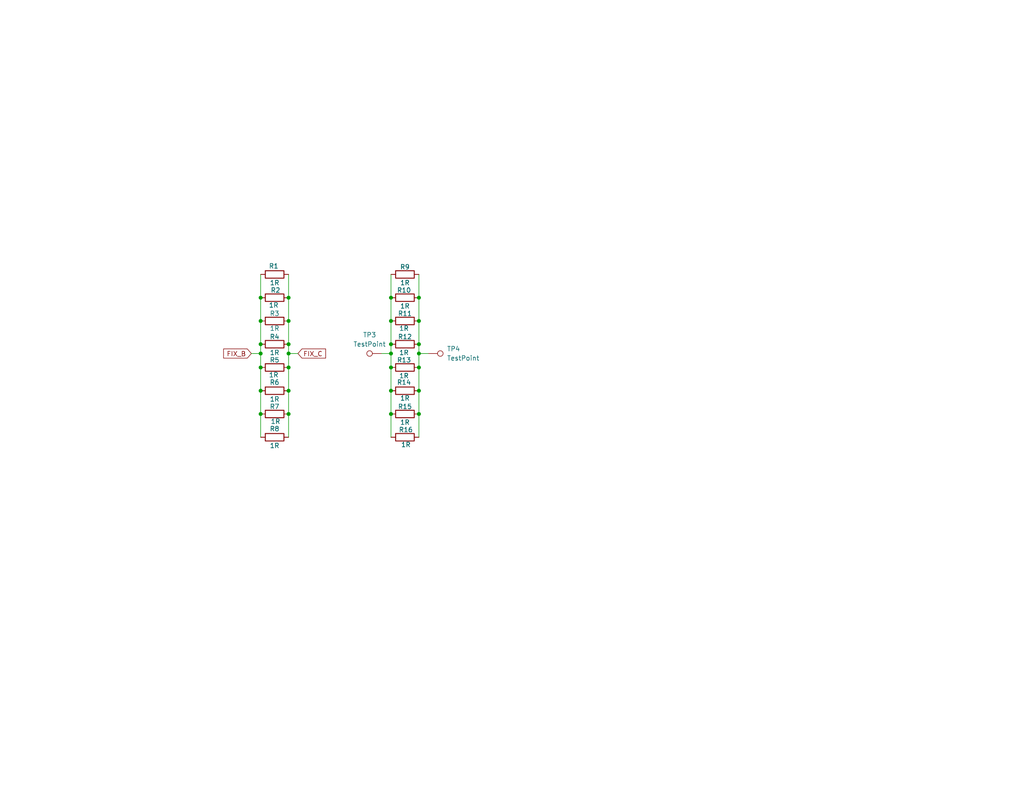
<source format=kicad_sch>
(kicad_sch
	(version 20231120)
	(generator "eeschema")
	(generator_version "8.0")
	(uuid "a6a62582-87c6-45e3-ba0e-6bcb1ce5fea1")
	(paper "USLetter")
	(title_block
		(title "Current Sense")
		(rev "0")
		(company "Wurth Elektronic")
	)
	(lib_symbols
		(symbol "Connector:TestPoint"
			(pin_numbers hide)
			(pin_names
				(offset 0.762) hide)
			(exclude_from_sim no)
			(in_bom yes)
			(on_board yes)
			(property "Reference" "TP"
				(at 0 6.858 0)
				(effects
					(font
						(size 1.27 1.27)
					)
				)
			)
			(property "Value" "TestPoint"
				(at 0 5.08 0)
				(effects
					(font
						(size 1.27 1.27)
					)
				)
			)
			(property "Footprint" ""
				(at 5.08 0 0)
				(effects
					(font
						(size 1.27 1.27)
					)
					(hide yes)
				)
			)
			(property "Datasheet" "~"
				(at 5.08 0 0)
				(effects
					(font
						(size 1.27 1.27)
					)
					(hide yes)
				)
			)
			(property "Description" "test point"
				(at 0 0 0)
				(effects
					(font
						(size 1.27 1.27)
					)
					(hide yes)
				)
			)
			(property "ki_keywords" "test point tp"
				(at 0 0 0)
				(effects
					(font
						(size 1.27 1.27)
					)
					(hide yes)
				)
			)
			(property "ki_fp_filters" "Pin* Test*"
				(at 0 0 0)
				(effects
					(font
						(size 1.27 1.27)
					)
					(hide yes)
				)
			)
			(symbol "TestPoint_0_1"
				(circle
					(center 0 3.302)
					(radius 0.762)
					(stroke
						(width 0)
						(type default)
					)
					(fill
						(type none)
					)
				)
			)
			(symbol "TestPoint_1_1"
				(pin passive line
					(at 0 0 90)
					(length 2.54)
					(name "1"
						(effects
							(font
								(size 1.27 1.27)
							)
						)
					)
					(number "1"
						(effects
							(font
								(size 1.27 1.27)
							)
						)
					)
				)
			)
		)
		(symbol "Device:R"
			(pin_numbers hide)
			(pin_names
				(offset 0)
			)
			(exclude_from_sim no)
			(in_bom yes)
			(on_board yes)
			(property "Reference" "R"
				(at 2.032 0 90)
				(effects
					(font
						(size 1.27 1.27)
					)
				)
			)
			(property "Value" "R"
				(at 0 0 90)
				(effects
					(font
						(size 1.27 1.27)
					)
				)
			)
			(property "Footprint" ""
				(at -1.778 0 90)
				(effects
					(font
						(size 1.27 1.27)
					)
					(hide yes)
				)
			)
			(property "Datasheet" "~"
				(at 0 0 0)
				(effects
					(font
						(size 1.27 1.27)
					)
					(hide yes)
				)
			)
			(property "Description" "Resistor"
				(at 0 0 0)
				(effects
					(font
						(size 1.27 1.27)
					)
					(hide yes)
				)
			)
			(property "ki_keywords" "R res resistor"
				(at 0 0 0)
				(effects
					(font
						(size 1.27 1.27)
					)
					(hide yes)
				)
			)
			(property "ki_fp_filters" "R_*"
				(at 0 0 0)
				(effects
					(font
						(size 1.27 1.27)
					)
					(hide yes)
				)
			)
			(symbol "R_0_1"
				(rectangle
					(start -1.016 -2.54)
					(end 1.016 2.54)
					(stroke
						(width 0.254)
						(type default)
					)
					(fill
						(type none)
					)
				)
			)
			(symbol "R_1_1"
				(pin passive line
					(at 0 3.81 270)
					(length 1.27)
					(name "~"
						(effects
							(font
								(size 1.27 1.27)
							)
						)
					)
					(number "1"
						(effects
							(font
								(size 1.27 1.27)
							)
						)
					)
				)
				(pin passive line
					(at 0 -3.81 90)
					(length 1.27)
					(name "~"
						(effects
							(font
								(size 1.27 1.27)
							)
						)
					)
					(number "2"
						(effects
							(font
								(size 1.27 1.27)
							)
						)
					)
				)
			)
		)
	)
	(junction
		(at 114.3 87.63)
		(diameter 0)
		(color 0 0 0 0)
		(uuid "0185dc6f-8cb6-47b5-b18a-dca40be2b3cf")
	)
	(junction
		(at 106.68 96.52)
		(diameter 0)
		(color 0 0 0 0)
		(uuid "06efbc38-b115-4cf9-9831-26de687e8651")
	)
	(junction
		(at 106.68 81.28)
		(diameter 0)
		(color 0 0 0 0)
		(uuid "121226cf-1887-4b2b-8bd9-8662af7d1da9")
	)
	(junction
		(at 71.12 106.68)
		(diameter 0)
		(color 0 0 0 0)
		(uuid "1cb420dd-bf13-4915-afd2-644790906d2d")
	)
	(junction
		(at 78.74 93.98)
		(diameter 0)
		(color 0 0 0 0)
		(uuid "205cea39-10e2-40b8-b69c-a861d8de1452")
	)
	(junction
		(at 106.68 87.63)
		(diameter 0)
		(color 0 0 0 0)
		(uuid "216fdf15-6a52-41ce-9518-2003a7e7a1e3")
	)
	(junction
		(at 78.74 81.28)
		(diameter 0)
		(color 0 0 0 0)
		(uuid "26ba3500-98b6-492c-acf7-eb87833fdc18")
	)
	(junction
		(at 71.12 87.63)
		(diameter 0)
		(color 0 0 0 0)
		(uuid "2967c0da-bc19-44c6-9e1f-e842956cb643")
	)
	(junction
		(at 78.74 100.33)
		(diameter 0)
		(color 0 0 0 0)
		(uuid "2a71ddd2-3a88-4173-b8f8-62113a9ef65c")
	)
	(junction
		(at 78.74 113.03)
		(diameter 0)
		(color 0 0 0 0)
		(uuid "331ef5c8-4b53-4031-9717-eeed7cd7b793")
	)
	(junction
		(at 106.68 100.33)
		(diameter 0)
		(color 0 0 0 0)
		(uuid "341b22d5-2cb3-4223-a9e0-4980b90b457f")
	)
	(junction
		(at 114.3 100.33)
		(diameter 0)
		(color 0 0 0 0)
		(uuid "370ad284-85b5-465a-a7e3-6002e3e03d52")
	)
	(junction
		(at 114.3 96.52)
		(diameter 0)
		(color 0 0 0 0)
		(uuid "43975f50-71a7-410e-b17e-1ecba5a782e5")
	)
	(junction
		(at 78.74 96.52)
		(diameter 0)
		(color 0 0 0 0)
		(uuid "575a0e70-a3df-459e-ad61-666977d0577e")
	)
	(junction
		(at 71.12 113.03)
		(diameter 0)
		(color 0 0 0 0)
		(uuid "58d27a41-e3ae-4f32-bcc7-2f43818dfe72")
	)
	(junction
		(at 114.3 106.68)
		(diameter 0)
		(color 0 0 0 0)
		(uuid "764b191b-3a62-4fec-be36-053f4051161a")
	)
	(junction
		(at 106.68 93.98)
		(diameter 0)
		(color 0 0 0 0)
		(uuid "7972db33-e0eb-40dd-ae7a-baccee0ad68e")
	)
	(junction
		(at 71.12 81.28)
		(diameter 0)
		(color 0 0 0 0)
		(uuid "884dc57e-95a6-40c8-938c-c80016fabcd9")
	)
	(junction
		(at 78.74 87.63)
		(diameter 0)
		(color 0 0 0 0)
		(uuid "8bfc51a7-ca7d-4a47-90fe-e1e814b18154")
	)
	(junction
		(at 114.3 113.03)
		(diameter 0)
		(color 0 0 0 0)
		(uuid "8e6766df-38e0-4895-ae69-d667413a84dd")
	)
	(junction
		(at 114.3 81.28)
		(diameter 0)
		(color 0 0 0 0)
		(uuid "9f0eccb7-0634-4907-924c-09b47c93d15d")
	)
	(junction
		(at 71.12 93.98)
		(diameter 0)
		(color 0 0 0 0)
		(uuid "acc15fba-5368-4283-a807-ed5179e8ab62")
	)
	(junction
		(at 114.3 93.98)
		(diameter 0)
		(color 0 0 0 0)
		(uuid "b4c052a7-22ce-4c57-8398-0765ca2e5d08")
	)
	(junction
		(at 71.12 100.33)
		(diameter 0)
		(color 0 0 0 0)
		(uuid "d2741674-acc5-4b94-b01e-bd44df26e495")
	)
	(junction
		(at 78.74 106.68)
		(diameter 0)
		(color 0 0 0 0)
		(uuid "e323e427-9998-4bf4-a3dd-76a14762b26b")
	)
	(junction
		(at 71.12 96.52)
		(diameter 0)
		(color 0 0 0 0)
		(uuid "e41afbe5-b3b3-40fd-a7f7-8ed9285cec6c")
	)
	(junction
		(at 106.68 106.68)
		(diameter 0)
		(color 0 0 0 0)
		(uuid "e8228cdb-3ed4-47b3-adb4-6405cea16bdb")
	)
	(junction
		(at 106.68 113.03)
		(diameter 0)
		(color 0 0 0 0)
		(uuid "ebcf8ff5-a918-41ef-9357-7524064d7b56")
	)
	(wire
		(pts
			(xy 106.68 81.28) (xy 106.68 74.93)
		)
		(stroke
			(width 0)
			(type default)
		)
		(uuid "0267f5ff-a863-41c6-9907-9655dfd5374a")
	)
	(wire
		(pts
			(xy 106.68 100.33) (xy 106.68 96.52)
		)
		(stroke
			(width 0)
			(type default)
		)
		(uuid "0bb3a465-7aa5-480e-8ddc-9620093e0487")
	)
	(wire
		(pts
			(xy 78.74 96.52) (xy 81.28 96.52)
		)
		(stroke
			(width 0)
			(type default)
		)
		(uuid "0d7ed854-9ed3-4175-8cbd-d6f5c2229f45")
	)
	(wire
		(pts
			(xy 78.74 93.98) (xy 78.74 96.52)
		)
		(stroke
			(width 0)
			(type default)
		)
		(uuid "14fa8f5e-1638-432e-8caf-daa12bd8d875")
	)
	(wire
		(pts
			(xy 106.68 106.68) (xy 106.68 100.33)
		)
		(stroke
			(width 0)
			(type default)
		)
		(uuid "1ae8cf11-5e7e-4b08-a7dd-92b7cce71ac4")
	)
	(wire
		(pts
			(xy 114.3 87.63) (xy 114.3 93.98)
		)
		(stroke
			(width 0)
			(type default)
		)
		(uuid "1c24b740-2aab-4ad2-9475-f5be2b6621dd")
	)
	(wire
		(pts
			(xy 71.12 74.93) (xy 71.12 81.28)
		)
		(stroke
			(width 0)
			(type default)
		)
		(uuid "244abf42-83a8-4469-befb-f3048660ce8e")
	)
	(wire
		(pts
			(xy 106.68 113.03) (xy 106.68 106.68)
		)
		(stroke
			(width 0)
			(type default)
		)
		(uuid "2d093672-5ee0-416e-8ad1-f73b607ca0f6")
	)
	(wire
		(pts
			(xy 106.68 93.98) (xy 106.68 87.63)
		)
		(stroke
			(width 0)
			(type default)
		)
		(uuid "30b7520d-abc3-4f6a-8678-3cb60c1729a8")
	)
	(wire
		(pts
			(xy 78.74 106.68) (xy 78.74 113.03)
		)
		(stroke
			(width 0)
			(type default)
		)
		(uuid "33fedbfe-be4d-4948-9e37-07691a185d2f")
	)
	(wire
		(pts
			(xy 114.3 96.52) (xy 116.84 96.52)
		)
		(stroke
			(width 0)
			(type default)
		)
		(uuid "35e610b1-7498-4ea9-a478-a3e6344fc782")
	)
	(wire
		(pts
			(xy 71.12 96.52) (xy 71.12 100.33)
		)
		(stroke
			(width 0)
			(type default)
		)
		(uuid "36ae9fba-0fba-4d04-935f-357cc8f3bc0d")
	)
	(wire
		(pts
			(xy 106.68 87.63) (xy 106.68 81.28)
		)
		(stroke
			(width 0)
			(type default)
		)
		(uuid "4fba2e65-6b9a-45b1-8280-bb91ec6fad80")
	)
	(wire
		(pts
			(xy 71.12 113.03) (xy 71.12 119.38)
		)
		(stroke
			(width 0)
			(type default)
		)
		(uuid "528af737-33bc-4d9f-86a2-c589ce52875c")
	)
	(wire
		(pts
			(xy 106.68 96.52) (xy 106.68 93.98)
		)
		(stroke
			(width 0)
			(type default)
		)
		(uuid "5be47128-2378-404c-b282-22852275d11a")
	)
	(wire
		(pts
			(xy 114.3 96.52) (xy 114.3 100.33)
		)
		(stroke
			(width 0)
			(type default)
		)
		(uuid "7ded48c8-6a87-40ff-87a6-7889be563f86")
	)
	(wire
		(pts
			(xy 114.3 93.98) (xy 114.3 96.52)
		)
		(stroke
			(width 0)
			(type default)
		)
		(uuid "90f9852d-9d9a-49f8-a196-c22f7f9cb689")
	)
	(wire
		(pts
			(xy 71.12 100.33) (xy 71.12 106.68)
		)
		(stroke
			(width 0)
			(type default)
		)
		(uuid "97ec904a-a000-4d32-8cdb-3d07d89dbac0")
	)
	(wire
		(pts
			(xy 104.14 96.52) (xy 106.68 96.52)
		)
		(stroke
			(width 0)
			(type default)
		)
		(uuid "99fec854-f5cc-49d6-b2dd-6b64f724c83d")
	)
	(wire
		(pts
			(xy 114.3 113.03) (xy 114.3 119.38)
		)
		(stroke
			(width 0)
			(type default)
		)
		(uuid "9bc15007-1c36-4fb6-85d2-340432a896ec")
	)
	(wire
		(pts
			(xy 78.74 100.33) (xy 78.74 106.68)
		)
		(stroke
			(width 0)
			(type default)
		)
		(uuid "9fe872bd-1f97-4b77-a530-633dfbf737f2")
	)
	(wire
		(pts
			(xy 78.74 96.52) (xy 78.74 100.33)
		)
		(stroke
			(width 0)
			(type default)
		)
		(uuid "a0085b2e-3949-4a51-98cd-0b90e00c6601")
	)
	(wire
		(pts
			(xy 68.58 96.52) (xy 71.12 96.52)
		)
		(stroke
			(width 0)
			(type default)
		)
		(uuid "b815b900-8b87-4608-8413-c7f914c8bd96")
	)
	(wire
		(pts
			(xy 114.3 81.28) (xy 114.3 87.63)
		)
		(stroke
			(width 0)
			(type default)
		)
		(uuid "b9479008-5608-4d3a-a6b9-c6db1ecfd3bb")
	)
	(wire
		(pts
			(xy 114.3 106.68) (xy 114.3 113.03)
		)
		(stroke
			(width 0)
			(type default)
		)
		(uuid "bad516b7-7154-4a98-a48b-a94906a11187")
	)
	(wire
		(pts
			(xy 71.12 106.68) (xy 71.12 113.03)
		)
		(stroke
			(width 0)
			(type default)
		)
		(uuid "baeade77-38fb-4a67-80bf-bf87b30f153c")
	)
	(wire
		(pts
			(xy 78.74 113.03) (xy 78.74 119.38)
		)
		(stroke
			(width 0)
			(type default)
		)
		(uuid "be234b93-d4fa-4a10-9e55-8bf2b4fe56a8")
	)
	(wire
		(pts
			(xy 71.12 87.63) (xy 71.12 93.98)
		)
		(stroke
			(width 0)
			(type default)
		)
		(uuid "cab565f4-627e-4e7d-8705-4841e0be08ae")
	)
	(wire
		(pts
			(xy 71.12 81.28) (xy 71.12 87.63)
		)
		(stroke
			(width 0)
			(type default)
		)
		(uuid "d788b911-4b4f-4acf-9042-3bc6ce66c3cb")
	)
	(wire
		(pts
			(xy 106.68 119.38) (xy 106.68 113.03)
		)
		(stroke
			(width 0)
			(type default)
		)
		(uuid "d8055045-b851-4247-9224-a0cf732b5387")
	)
	(wire
		(pts
			(xy 114.3 74.93) (xy 114.3 81.28)
		)
		(stroke
			(width 0)
			(type default)
		)
		(uuid "df292e04-4341-493e-b905-1581955a574f")
	)
	(wire
		(pts
			(xy 114.3 100.33) (xy 114.3 106.68)
		)
		(stroke
			(width 0)
			(type default)
		)
		(uuid "e26ec5b5-3aa4-4d19-9ef8-8fd668a3940d")
	)
	(wire
		(pts
			(xy 78.74 74.93) (xy 78.74 81.28)
		)
		(stroke
			(width 0)
			(type default)
		)
		(uuid "e5bc955e-38ce-4087-8eed-80fef77f4abe")
	)
	(wire
		(pts
			(xy 71.12 93.98) (xy 71.12 96.52)
		)
		(stroke
			(width 0)
			(type default)
		)
		(uuid "f27fe8b1-af1c-4bf8-8a74-fe4a1a4bdeef")
	)
	(wire
		(pts
			(xy 78.74 87.63) (xy 78.74 93.98)
		)
		(stroke
			(width 0)
			(type default)
		)
		(uuid "faf26e5e-efc9-45c0-8656-66be920ae6fe")
	)
	(wire
		(pts
			(xy 78.74 81.28) (xy 78.74 87.63)
		)
		(stroke
			(width 0)
			(type default)
		)
		(uuid "fc626920-3f24-4a93-86d5-06e276d203ea")
	)
	(global_label "FIX_B"
		(shape input)
		(at 68.58 96.52 180)
		(fields_autoplaced yes)
		(effects
			(font
				(size 1.27 1.27)
			)
			(justify right)
		)
		(uuid "48363d2e-199f-4276-89e2-834bd0103e60")
		(property "Intersheetrefs" "${INTERSHEET_REFS}"
			(at 60.4543 96.52 0)
			(effects
				(font
					(size 1.27 1.27)
				)
				(justify right)
				(hide yes)
			)
		)
	)
	(global_label "FIX_C"
		(shape input)
		(at 81.28 96.52 0)
		(fields_autoplaced yes)
		(effects
			(font
				(size 1.27 1.27)
			)
			(justify left)
		)
		(uuid "55924df2-4d2b-4d96-8fea-08bbde75ff71")
		(property "Intersheetrefs" "${INTERSHEET_REFS}"
			(at 89.4057 96.52 0)
			(effects
				(font
					(size 1.27 1.27)
				)
				(justify left)
				(hide yes)
			)
		)
	)
	(symbol
		(lib_id "Device:R")
		(at 110.49 74.93 90)
		(unit 1)
		(exclude_from_sim no)
		(in_bom yes)
		(on_board yes)
		(dnp no)
		(uuid "03fc9666-b44e-4b98-a5b5-e878c1364c33")
		(property "Reference" "R9"
			(at 110.49 72.898 90)
			(effects
				(font
					(size 1.27 1.27)
				)
			)
		)
		(property "Value" "1R"
			(at 110.49 77.216 90)
			(effects
				(font
					(size 1.27 1.27)
				)
			)
		)
		(property "Footprint" "Resistor_SMD:R_0805_2012Metric"
			(at 110.49 76.708 90)
			(effects
				(font
					(size 1.27 1.27)
				)
				(hide yes)
			)
		)
		(property "Datasheet" "~"
			(at 110.49 74.93 0)
			(effects
				(font
					(size 1.27 1.27)
				)
				(hide yes)
			)
		)
		(property "Description" "Resistor"
			(at 110.49 74.93 0)
			(effects
				(font
					(size 1.27 1.27)
				)
				(hide yes)
			)
		)
		(pin "1"
			(uuid "e19ff3eb-5126-4e29-8485-5e16aca874cf")
		)
		(pin "2"
			(uuid "bd2f4dc5-b21b-47a9-b513-232310f3b76d")
		)
		(instances
			(project "ST2402"
				(path "/05d99ba5-bbac-4bd6-931a-0f6166a2e0ac/9cbeec5c-25e9-4b6c-84b3-ee5601b6ae17"
					(reference "R9")
					(unit 1)
				)
			)
		)
	)
	(symbol
		(lib_id "Device:R")
		(at 110.49 93.98 90)
		(unit 1)
		(exclude_from_sim no)
		(in_bom yes)
		(on_board yes)
		(dnp no)
		(uuid "06c077ee-1f9d-4e5b-ab5b-f720292255aa")
		(property "Reference" "R12"
			(at 110.49 91.948 90)
			(effects
				(font
					(size 1.27 1.27)
				)
			)
		)
		(property "Value" "1R"
			(at 110.236 96.266 90)
			(effects
				(font
					(size 1.27 1.27)
				)
			)
		)
		(property "Footprint" "Resistor_SMD:R_0805_2012Metric"
			(at 110.49 95.758 90)
			(effects
				(font
					(size 1.27 1.27)
				)
				(hide yes)
			)
		)
		(property "Datasheet" "~"
			(at 110.49 93.98 0)
			(effects
				(font
					(size 1.27 1.27)
				)
				(hide yes)
			)
		)
		(property "Description" "Resistor"
			(at 110.49 93.98 0)
			(effects
				(font
					(size 1.27 1.27)
				)
				(hide yes)
			)
		)
		(pin "1"
			(uuid "8f628437-aac7-4bf8-95af-d1aaf7785d0a")
		)
		(pin "2"
			(uuid "a9ab0ca0-f9df-4255-93ea-4b6d8311c349")
		)
		(instances
			(project "ST2402"
				(path "/05d99ba5-bbac-4bd6-931a-0f6166a2e0ac/9cbeec5c-25e9-4b6c-84b3-ee5601b6ae17"
					(reference "R12")
					(unit 1)
				)
			)
		)
	)
	(symbol
		(lib_id "Device:R")
		(at 110.49 106.68 90)
		(unit 1)
		(exclude_from_sim no)
		(in_bom yes)
		(on_board yes)
		(dnp no)
		(uuid "123fa4c7-fb07-4092-9b60-619be17cb2ba")
		(property "Reference" "R14"
			(at 110.236 104.394 90)
			(effects
				(font
					(size 1.27 1.27)
				)
			)
		)
		(property "Value" "1R"
			(at 110.49 108.712 90)
			(effects
				(font
					(size 1.27 1.27)
				)
			)
		)
		(property "Footprint" "Resistor_SMD:R_0805_2012Metric"
			(at 110.49 108.458 90)
			(effects
				(font
					(size 1.27 1.27)
				)
				(hide yes)
			)
		)
		(property "Datasheet" "~"
			(at 110.49 106.68 0)
			(effects
				(font
					(size 1.27 1.27)
				)
				(hide yes)
			)
		)
		(property "Description" "Resistor"
			(at 110.49 106.68 0)
			(effects
				(font
					(size 1.27 1.27)
				)
				(hide yes)
			)
		)
		(pin "1"
			(uuid "b82f27aa-eec7-4d25-9bc1-c9d4d423f45c")
		)
		(pin "2"
			(uuid "400633a7-e4cd-40f7-aac4-43084d895b4a")
		)
		(instances
			(project "ST2402"
				(path "/05d99ba5-bbac-4bd6-931a-0f6166a2e0ac/9cbeec5c-25e9-4b6c-84b3-ee5601b6ae17"
					(reference "R14")
					(unit 1)
				)
			)
		)
	)
	(symbol
		(lib_id "Device:R")
		(at 74.93 106.68 90)
		(unit 1)
		(exclude_from_sim no)
		(in_bom yes)
		(on_board yes)
		(dnp no)
		(uuid "272b3fac-5742-401d-85f9-e43dd2ef87fa")
		(property "Reference" "R6"
			(at 74.93 104.394 90)
			(effects
				(font
					(size 1.27 1.27)
				)
			)
		)
		(property "Value" "1R"
			(at 74.93 108.966 90)
			(effects
				(font
					(size 1.27 1.27)
				)
			)
		)
		(property "Footprint" "Resistor_SMD:R_0805_2012Metric"
			(at 74.93 108.458 90)
			(effects
				(font
					(size 1.27 1.27)
				)
				(hide yes)
			)
		)
		(property "Datasheet" "~"
			(at 74.93 106.68 0)
			(effects
				(font
					(size 1.27 1.27)
				)
				(hide yes)
			)
		)
		(property "Description" "Resistor"
			(at 74.93 106.68 0)
			(effects
				(font
					(size 1.27 1.27)
				)
				(hide yes)
			)
		)
		(pin "1"
			(uuid "0c0b68cd-3601-4540-9b23-9b40a05d4620")
		)
		(pin "2"
			(uuid "fadad3a4-dfec-4f72-ae94-1fb03c4b0614")
		)
		(instances
			(project "ST2402"
				(path "/05d99ba5-bbac-4bd6-931a-0f6166a2e0ac/9cbeec5c-25e9-4b6c-84b3-ee5601b6ae17"
					(reference "R6")
					(unit 1)
				)
			)
		)
	)
	(symbol
		(lib_id "Connector:TestPoint")
		(at 116.84 96.52 270)
		(unit 1)
		(exclude_from_sim no)
		(in_bom yes)
		(on_board yes)
		(dnp no)
		(fields_autoplaced yes)
		(uuid "317c550f-a57d-4171-a9ac-361355473ff5")
		(property "Reference" "TP4"
			(at 121.92 95.2499 90)
			(effects
				(font
					(size 1.27 1.27)
				)
				(justify left)
			)
		)
		(property "Value" "TestPoint"
			(at 121.92 97.7899 90)
			(effects
				(font
					(size 1.27 1.27)
				)
				(justify left)
			)
		)
		(property "Footprint" ""
			(at 116.84 101.6 0)
			(effects
				(font
					(size 1.27 1.27)
				)
				(hide yes)
			)
		)
		(property "Datasheet" "~"
			(at 116.84 101.6 0)
			(effects
				(font
					(size 1.27 1.27)
				)
				(hide yes)
			)
		)
		(property "Description" "test point"
			(at 116.84 96.52 0)
			(effects
				(font
					(size 1.27 1.27)
				)
				(hide yes)
			)
		)
		(pin "1"
			(uuid "4f6dc455-076d-4ca9-8885-7fdf8a4e8a9d")
		)
		(instances
			(project "ST2402"
				(path "/05d99ba5-bbac-4bd6-931a-0f6166a2e0ac/9cbeec5c-25e9-4b6c-84b3-ee5601b6ae17"
					(reference "TP4")
					(unit 1)
				)
			)
		)
	)
	(symbol
		(lib_id "Device:R")
		(at 110.49 113.03 90)
		(unit 1)
		(exclude_from_sim no)
		(in_bom yes)
		(on_board yes)
		(dnp no)
		(uuid "3ca2231b-7c8e-4749-9c99-a48240002651")
		(property "Reference" "R15"
			(at 110.49 110.998 90)
			(effects
				(font
					(size 1.27 1.27)
				)
			)
		)
		(property "Value" "1R"
			(at 110.49 115.316 90)
			(effects
				(font
					(size 1.27 1.27)
				)
			)
		)
		(property "Footprint" "Resistor_SMD:R_0805_2012Metric"
			(at 110.49 114.808 90)
			(effects
				(font
					(size 1.27 1.27)
				)
				(hide yes)
			)
		)
		(property "Datasheet" "~"
			(at 110.49 113.03 0)
			(effects
				(font
					(size 1.27 1.27)
				)
				(hide yes)
			)
		)
		(property "Description" "Resistor"
			(at 110.49 113.03 0)
			(effects
				(font
					(size 1.27 1.27)
				)
				(hide yes)
			)
		)
		(pin "1"
			(uuid "402fb3e4-e20a-4143-8ee2-466b9abeacb6")
		)
		(pin "2"
			(uuid "fd486950-882f-418d-8ec8-9077526a07a4")
		)
		(instances
			(project "ST2402"
				(path "/05d99ba5-bbac-4bd6-931a-0f6166a2e0ac/9cbeec5c-25e9-4b6c-84b3-ee5601b6ae17"
					(reference "R15")
					(unit 1)
				)
			)
		)
	)
	(symbol
		(lib_id "Device:R")
		(at 74.93 100.33 90)
		(unit 1)
		(exclude_from_sim no)
		(in_bom yes)
		(on_board yes)
		(dnp no)
		(uuid "4d1a088a-dd41-4694-af18-a87e6b698026")
		(property "Reference" "R5"
			(at 74.93 98.298 90)
			(effects
				(font
					(size 1.27 1.27)
				)
			)
		)
		(property "Value" "1R"
			(at 74.676 102.362 90)
			(effects
				(font
					(size 1.27 1.27)
				)
			)
		)
		(property "Footprint" "Resistor_SMD:R_0805_2012Metric"
			(at 74.93 102.108 90)
			(effects
				(font
					(size 1.27 1.27)
				)
				(hide yes)
			)
		)
		(property "Datasheet" "~"
			(at 74.93 100.33 0)
			(effects
				(font
					(size 1.27 1.27)
				)
				(hide yes)
			)
		)
		(property "Description" "Resistor"
			(at 74.93 100.33 0)
			(effects
				(font
					(size 1.27 1.27)
				)
				(hide yes)
			)
		)
		(pin "1"
			(uuid "4dfef20f-a37a-412e-8911-d112440f919f")
		)
		(pin "2"
			(uuid "f45fdbab-f9b5-4059-aeac-369273d742e3")
		)
		(instances
			(project "ST2402"
				(path "/05d99ba5-bbac-4bd6-931a-0f6166a2e0ac/9cbeec5c-25e9-4b6c-84b3-ee5601b6ae17"
					(reference "R5")
					(unit 1)
				)
			)
		)
	)
	(symbol
		(lib_id "Device:R")
		(at 74.93 93.98 90)
		(unit 1)
		(exclude_from_sim no)
		(in_bom yes)
		(on_board yes)
		(dnp no)
		(uuid "54348b70-4391-4c89-9c95-5e3ceb3bef86")
		(property "Reference" "R4"
			(at 74.93 91.948 90)
			(effects
				(font
					(size 1.27 1.27)
				)
			)
		)
		(property "Value" "1R"
			(at 74.93 96.266 90)
			(effects
				(font
					(size 1.27 1.27)
				)
			)
		)
		(property "Footprint" "Resistor_SMD:R_0805_2012Metric"
			(at 74.93 95.758 90)
			(effects
				(font
					(size 1.27 1.27)
				)
				(hide yes)
			)
		)
		(property "Datasheet" "~"
			(at 74.93 93.98 0)
			(effects
				(font
					(size 1.27 1.27)
				)
				(hide yes)
			)
		)
		(property "Description" "Resistor"
			(at 74.93 93.98 0)
			(effects
				(font
					(size 1.27 1.27)
				)
				(hide yes)
			)
		)
		(pin "1"
			(uuid "6bd60e2b-33c7-486a-a10d-81541315d0c7")
		)
		(pin "2"
			(uuid "7638daaf-d18f-4be3-8a6b-d66773a5d266")
		)
		(instances
			(project "ST2402"
				(path "/05d99ba5-bbac-4bd6-931a-0f6166a2e0ac/9cbeec5c-25e9-4b6c-84b3-ee5601b6ae17"
					(reference "R4")
					(unit 1)
				)
			)
		)
	)
	(symbol
		(lib_id "Device:R")
		(at 110.49 81.28 90)
		(unit 1)
		(exclude_from_sim no)
		(in_bom yes)
		(on_board yes)
		(dnp no)
		(uuid "5afbca62-7ab8-429d-8bdb-e9a1d6f8c215")
		(property "Reference" "R10"
			(at 110.236 79.248 90)
			(effects
				(font
					(size 1.27 1.27)
				)
			)
		)
		(property "Value" "1R"
			(at 110.49 83.566 90)
			(effects
				(font
					(size 1.27 1.27)
				)
			)
		)
		(property "Footprint" "Resistor_SMD:R_0805_2012Metric"
			(at 110.49 83.058 90)
			(effects
				(font
					(size 1.27 1.27)
				)
				(hide yes)
			)
		)
		(property "Datasheet" "~"
			(at 110.49 81.28 0)
			(effects
				(font
					(size 1.27 1.27)
				)
				(hide yes)
			)
		)
		(property "Description" "Resistor"
			(at 110.49 81.28 0)
			(effects
				(font
					(size 1.27 1.27)
				)
				(hide yes)
			)
		)
		(pin "1"
			(uuid "5ce3b173-25f6-40f2-85e6-e35cfe14d2dd")
		)
		(pin "2"
			(uuid "5970d210-78a7-412d-ad74-8af0c6c13ada")
		)
		(instances
			(project "ST2402"
				(path "/05d99ba5-bbac-4bd6-931a-0f6166a2e0ac/9cbeec5c-25e9-4b6c-84b3-ee5601b6ae17"
					(reference "R10")
					(unit 1)
				)
			)
		)
	)
	(symbol
		(lib_id "Device:R")
		(at 74.93 74.93 90)
		(unit 1)
		(exclude_from_sim no)
		(in_bom yes)
		(on_board yes)
		(dnp no)
		(uuid "62e325d4-0e68-4d48-a705-dc529a1a9afd")
		(property "Reference" "R1"
			(at 74.676 72.644 90)
			(effects
				(font
					(size 1.27 1.27)
				)
			)
		)
		(property "Value" "1R"
			(at 74.93 77.216 90)
			(effects
				(font
					(size 1.27 1.27)
				)
			)
		)
		(property "Footprint" "Resistor_SMD:R_0805_2012Metric"
			(at 74.93 76.708 90)
			(effects
				(font
					(size 1.27 1.27)
				)
				(hide yes)
			)
		)
		(property "Datasheet" "~"
			(at 74.93 74.93 0)
			(effects
				(font
					(size 1.27 1.27)
				)
				(hide yes)
			)
		)
		(property "Description" "Resistor"
			(at 74.93 74.93 0)
			(effects
				(font
					(size 1.27 1.27)
				)
				(hide yes)
			)
		)
		(pin "1"
			(uuid "a908363d-ea56-4fee-b6e5-d4c9917c4fe0")
		)
		(pin "2"
			(uuid "73bb5e51-6425-4897-9577-c054f7d5c3ba")
		)
		(instances
			(project ""
				(path "/05d99ba5-bbac-4bd6-931a-0f6166a2e0ac/9cbeec5c-25e9-4b6c-84b3-ee5601b6ae17"
					(reference "R1")
					(unit 1)
				)
			)
		)
	)
	(symbol
		(lib_id "Device:R")
		(at 74.93 119.38 90)
		(unit 1)
		(exclude_from_sim no)
		(in_bom yes)
		(on_board yes)
		(dnp no)
		(uuid "912d16b6-9242-4269-9b5d-11e31b18982c")
		(property "Reference" "R8"
			(at 74.93 117.094 90)
			(effects
				(font
					(size 1.27 1.27)
				)
			)
		)
		(property "Value" "1R"
			(at 74.93 121.666 90)
			(effects
				(font
					(size 1.27 1.27)
				)
			)
		)
		(property "Footprint" "Resistor_SMD:R_0805_2012Metric"
			(at 74.93 121.158 90)
			(effects
				(font
					(size 1.27 1.27)
				)
				(hide yes)
			)
		)
		(property "Datasheet" "~"
			(at 74.93 119.38 0)
			(effects
				(font
					(size 1.27 1.27)
				)
				(hide yes)
			)
		)
		(property "Description" "Resistor"
			(at 74.93 119.38 0)
			(effects
				(font
					(size 1.27 1.27)
				)
				(hide yes)
			)
		)
		(pin "1"
			(uuid "f19a2d54-768f-4532-9e94-0e5dc722db30")
		)
		(pin "2"
			(uuid "2f0ea2b1-f78d-4782-b573-1f1a0bacbf12")
		)
		(instances
			(project "ST2402"
				(path "/05d99ba5-bbac-4bd6-931a-0f6166a2e0ac/9cbeec5c-25e9-4b6c-84b3-ee5601b6ae17"
					(reference "R8")
					(unit 1)
				)
			)
		)
	)
	(symbol
		(lib_id "Device:R")
		(at 74.93 113.03 90)
		(unit 1)
		(exclude_from_sim no)
		(in_bom yes)
		(on_board yes)
		(dnp no)
		(uuid "919ed1d9-6034-49d6-b1e5-3f84a21bc0be")
		(property "Reference" "R7"
			(at 74.93 110.998 90)
			(effects
				(font
					(size 1.27 1.27)
				)
			)
		)
		(property "Value" "1R"
			(at 75.184 115.062 90)
			(effects
				(font
					(size 1.27 1.27)
				)
			)
		)
		(property "Footprint" "Resistor_SMD:R_0805_2012Metric"
			(at 74.93 114.808 90)
			(effects
				(font
					(size 1.27 1.27)
				)
				(hide yes)
			)
		)
		(property "Datasheet" "~"
			(at 74.93 113.03 0)
			(effects
				(font
					(size 1.27 1.27)
				)
				(hide yes)
			)
		)
		(property "Description" "Resistor"
			(at 74.93 113.03 0)
			(effects
				(font
					(size 1.27 1.27)
				)
				(hide yes)
			)
		)
		(pin "1"
			(uuid "f1554f19-1a53-4c12-8559-c2b624f0c27c")
		)
		(pin "2"
			(uuid "e1014f30-673f-4687-b170-5c3463e69b76")
		)
		(instances
			(project "ST2402"
				(path "/05d99ba5-bbac-4bd6-931a-0f6166a2e0ac/9cbeec5c-25e9-4b6c-84b3-ee5601b6ae17"
					(reference "R7")
					(unit 1)
				)
			)
		)
	)
	(symbol
		(lib_id "Device:R")
		(at 110.49 119.38 90)
		(unit 1)
		(exclude_from_sim no)
		(in_bom yes)
		(on_board yes)
		(dnp no)
		(uuid "9e4133d5-68b0-41f3-82f8-4e202fc472f7")
		(property "Reference" "R16"
			(at 110.744 117.348 90)
			(effects
				(font
					(size 1.27 1.27)
				)
			)
		)
		(property "Value" "1R"
			(at 110.744 121.412 90)
			(effects
				(font
					(size 1.27 1.27)
				)
			)
		)
		(property "Footprint" "Resistor_SMD:R_0805_2012Metric"
			(at 110.49 121.158 90)
			(effects
				(font
					(size 1.27 1.27)
				)
				(hide yes)
			)
		)
		(property "Datasheet" "~"
			(at 110.49 119.38 0)
			(effects
				(font
					(size 1.27 1.27)
				)
				(hide yes)
			)
		)
		(property "Description" "Resistor"
			(at 110.49 119.38 0)
			(effects
				(font
					(size 1.27 1.27)
				)
				(hide yes)
			)
		)
		(pin "1"
			(uuid "c3f988b9-68b5-42c1-8d04-ea3061fb74ae")
		)
		(pin "2"
			(uuid "120c5fcf-d76c-4e5a-860f-99833bab4824")
		)
		(instances
			(project "ST2402"
				(path "/05d99ba5-bbac-4bd6-931a-0f6166a2e0ac/9cbeec5c-25e9-4b6c-84b3-ee5601b6ae17"
					(reference "R16")
					(unit 1)
				)
			)
		)
	)
	(symbol
		(lib_id "Connector:TestPoint")
		(at 104.14 96.52 90)
		(unit 1)
		(exclude_from_sim no)
		(in_bom yes)
		(on_board yes)
		(dnp no)
		(fields_autoplaced yes)
		(uuid "b7a93577-f798-4dc1-b23c-4c7e4604eb96")
		(property "Reference" "TP3"
			(at 100.838 91.44 90)
			(effects
				(font
					(size 1.27 1.27)
				)
			)
		)
		(property "Value" "TestPoint"
			(at 100.838 93.98 90)
			(effects
				(font
					(size 1.27 1.27)
				)
			)
		)
		(property "Footprint" ""
			(at 104.14 91.44 0)
			(effects
				(font
					(size 1.27 1.27)
				)
				(hide yes)
			)
		)
		(property "Datasheet" "~"
			(at 104.14 91.44 0)
			(effects
				(font
					(size 1.27 1.27)
				)
				(hide yes)
			)
		)
		(property "Description" "test point"
			(at 104.14 96.52 0)
			(effects
				(font
					(size 1.27 1.27)
				)
				(hide yes)
			)
		)
		(pin "1"
			(uuid "29e4534f-d345-4e4b-a208-4e0991836480")
		)
		(instances
			(project "ST2402"
				(path "/05d99ba5-bbac-4bd6-931a-0f6166a2e0ac/9cbeec5c-25e9-4b6c-84b3-ee5601b6ae17"
					(reference "TP3")
					(unit 1)
				)
			)
		)
	)
	(symbol
		(lib_id "Device:R")
		(at 110.49 100.33 90)
		(unit 1)
		(exclude_from_sim no)
		(in_bom yes)
		(on_board yes)
		(dnp no)
		(uuid "bd901ffb-5174-45a2-bf0c-25f6cef7034d")
		(property "Reference" "R13"
			(at 110.236 98.298 90)
			(effects
				(font
					(size 1.27 1.27)
				)
			)
		)
		(property "Value" "1R"
			(at 110.236 102.616 90)
			(effects
				(font
					(size 1.27 1.27)
				)
			)
		)
		(property "Footprint" "Resistor_SMD:R_0805_2012Metric"
			(at 110.49 102.108 90)
			(effects
				(font
					(size 1.27 1.27)
				)
				(hide yes)
			)
		)
		(property "Datasheet" "~"
			(at 110.49 100.33 0)
			(effects
				(font
					(size 1.27 1.27)
				)
				(hide yes)
			)
		)
		(property "Description" "Resistor"
			(at 110.49 100.33 0)
			(effects
				(font
					(size 1.27 1.27)
				)
				(hide yes)
			)
		)
		(pin "1"
			(uuid "66f39cbd-84d0-45d7-93f4-d6e00ae49483")
		)
		(pin "2"
			(uuid "5cac12bf-c1f0-408a-9440-adedf0fb86b6")
		)
		(instances
			(project "ST2402"
				(path "/05d99ba5-bbac-4bd6-931a-0f6166a2e0ac/9cbeec5c-25e9-4b6c-84b3-ee5601b6ae17"
					(reference "R13")
					(unit 1)
				)
			)
		)
	)
	(symbol
		(lib_id "Device:R")
		(at 110.49 87.63 90)
		(unit 1)
		(exclude_from_sim no)
		(in_bom yes)
		(on_board yes)
		(dnp no)
		(uuid "c5e3c20f-e51f-4b09-8efb-7a9ee312d7cf")
		(property "Reference" "R11"
			(at 110.49 85.598 90)
			(effects
				(font
					(size 1.27 1.27)
				)
			)
		)
		(property "Value" "1R"
			(at 110.236 89.662 90)
			(effects
				(font
					(size 1.27 1.27)
				)
			)
		)
		(property "Footprint" "Resistor_SMD:R_0805_2012Metric"
			(at 110.49 89.408 90)
			(effects
				(font
					(size 1.27 1.27)
				)
				(hide yes)
			)
		)
		(property "Datasheet" "~"
			(at 110.49 87.63 0)
			(effects
				(font
					(size 1.27 1.27)
				)
				(hide yes)
			)
		)
		(property "Description" "Resistor"
			(at 110.49 87.63 0)
			(effects
				(font
					(size 1.27 1.27)
				)
				(hide yes)
			)
		)
		(pin "1"
			(uuid "f784de95-5f68-4e9f-9497-6e02d85162f2")
		)
		(pin "2"
			(uuid "34a1e321-0e71-48ca-a62f-0b2576efefc7")
		)
		(instances
			(project "ST2402"
				(path "/05d99ba5-bbac-4bd6-931a-0f6166a2e0ac/9cbeec5c-25e9-4b6c-84b3-ee5601b6ae17"
					(reference "R11")
					(unit 1)
				)
			)
		)
	)
	(symbol
		(lib_id "Device:R")
		(at 74.93 81.28 90)
		(unit 1)
		(exclude_from_sim no)
		(in_bom yes)
		(on_board yes)
		(dnp no)
		(uuid "ead1fe33-cf0b-4cd9-9aac-7ca8773a5a53")
		(property "Reference" "R2"
			(at 75.184 79.248 90)
			(effects
				(font
					(size 1.27 1.27)
				)
			)
		)
		(property "Value" "1R"
			(at 74.676 83.312 90)
			(effects
				(font
					(size 1.27 1.27)
				)
			)
		)
		(property "Footprint" "Resistor_SMD:R_0805_2012Metric"
			(at 74.93 83.058 90)
			(effects
				(font
					(size 1.27 1.27)
				)
				(hide yes)
			)
		)
		(property "Datasheet" "~"
			(at 74.93 81.28 0)
			(effects
				(font
					(size 1.27 1.27)
				)
				(hide yes)
			)
		)
		(property "Description" "Resistor"
			(at 74.93 81.28 0)
			(effects
				(font
					(size 1.27 1.27)
				)
				(hide yes)
			)
		)
		(pin "1"
			(uuid "df97fc17-6754-4661-894c-943c82356693")
		)
		(pin "2"
			(uuid "c6186c3e-61d4-48b5-8ec7-59f478b2f06f")
		)
		(instances
			(project "ST2402"
				(path "/05d99ba5-bbac-4bd6-931a-0f6166a2e0ac/9cbeec5c-25e9-4b6c-84b3-ee5601b6ae17"
					(reference "R2")
					(unit 1)
				)
			)
		)
	)
	(symbol
		(lib_id "Device:R")
		(at 74.93 87.63 90)
		(unit 1)
		(exclude_from_sim no)
		(in_bom yes)
		(on_board yes)
		(dnp no)
		(uuid "ec6b8126-4261-4659-b9b4-609adba2a346")
		(property "Reference" "R3"
			(at 74.93 85.598 90)
			(effects
				(font
					(size 1.27 1.27)
				)
			)
		)
		(property "Value" "1R"
			(at 74.93 89.662 90)
			(effects
				(font
					(size 1.27 1.27)
				)
			)
		)
		(property "Footprint" "Resistor_SMD:R_0805_2012Metric"
			(at 74.93 89.408 90)
			(effects
				(font
					(size 1.27 1.27)
				)
				(hide yes)
			)
		)
		(property "Datasheet" "~"
			(at 74.93 87.63 0)
			(effects
				(font
					(size 1.27 1.27)
				)
				(hide yes)
			)
		)
		(property "Description" "Resistor"
			(at 74.93 87.63 0)
			(effects
				(font
					(size 1.27 1.27)
				)
				(hide yes)
			)
		)
		(pin "1"
			(uuid "dde3e3fc-808c-4f1e-8009-20ca50fda71b")
		)
		(pin "2"
			(uuid "83f2c784-2d1d-49f2-982d-b21c4fa13e16")
		)
		(instances
			(project "ST2402"
				(path "/05d99ba5-bbac-4bd6-931a-0f6166a2e0ac/9cbeec5c-25e9-4b6c-84b3-ee5601b6ae17"
					(reference "R3")
					(unit 1)
				)
			)
		)
	)
)

</source>
